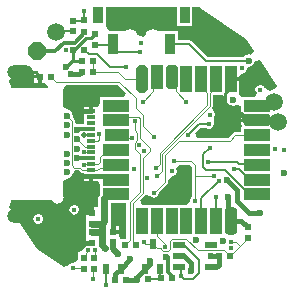
<source format=gbl>
G04 Layer_Physical_Order=4*
G04 Layer_Color=16711680*
%FSLAX24Y24*%
%MOIN*%
G70*
G01*
G75*
%ADD10R,0.0244X0.0228*%
%ADD12R,0.0228X0.0244*%
%ADD13R,0.0244X0.0244*%
%ADD15R,0.0244X0.0244*%
%ADD16R,0.0217X0.0335*%
%ADD31C,0.0157*%
%ADD32C,0.0079*%
%ADD33C,0.0197*%
%ADD34C,0.0049*%
%ADD35C,0.0059*%
%ADD36C,0.0039*%
%ADD37C,0.0098*%
%ADD38C,0.0118*%
%ADD43C,0.0591*%
%ADD44C,0.0984*%
%ADD46O,0.0276X0.0472*%
%ADD47C,0.0236*%
%ADD48O,0.0630X0.0394*%
%ADD49O,0.0866X0.0472*%
G04:AMPARAMS|DCode=50|XSize=59.1mil|YSize=59.1mil|CornerRadius=0mil|HoleSize=0mil|Usage=FLASHONLY|Rotation=45.000|XOffset=0mil|YOffset=0mil|HoleType=Round|Shape=Octagon|*
%AMOCTAGOND50*
4,1,8,0.0313,0.0104,0.0104,0.0313,-0.0104,0.0313,-0.0313,0.0104,-0.0313,-0.0104,-0.0104,-0.0313,0.0104,-0.0313,0.0313,-0.0104,0.0313,0.0104,0.0*
%
%ADD50OCTAGOND50*%

%ADD51C,0.0157*%
%ADD52C,0.0197*%
%ADD59R,0.0354X0.0709*%
%ADD60R,0.0354X0.0551*%
%ADD61R,0.0433X0.0217*%
%ADD62R,0.0295X0.0138*%
%ADD63R,0.0394X0.0906*%
G04:AMPARAMS|DCode=64|XSize=90.6mil|YSize=39.4mil|CornerRadius=9.8mil|HoleSize=0mil|Usage=FLASHONLY|Rotation=90.000|XOffset=0mil|YOffset=0mil|HoleType=Round|Shape=RoundedRectangle|*
%AMROUNDEDRECTD64*
21,1,0.0906,0.0197,0,0,90.0*
21,1,0.0709,0.0394,0,0,90.0*
1,1,0.0197,0.0098,0.0354*
1,1,0.0197,0.0098,-0.0354*
1,1,0.0197,-0.0098,-0.0354*
1,1,0.0197,-0.0098,0.0354*
%
%ADD64ROUNDEDRECTD64*%
%ADD65R,0.0906X0.0394*%
G04:AMPARAMS|DCode=66|XSize=90.6mil|YSize=39.4mil|CornerRadius=9.8mil|HoleSize=0mil|Usage=FLASHONLY|Rotation=180.000|XOffset=0mil|YOffset=0mil|HoleType=Round|Shape=RoundedRectangle|*
%AMROUNDEDRECTD66*
21,1,0.0906,0.0197,0,0,180.0*
21,1,0.0709,0.0394,0,0,180.0*
1,1,0.0197,-0.0354,0.0098*
1,1,0.0197,0.0354,0.0098*
1,1,0.0197,0.0354,-0.0098*
1,1,0.0197,-0.0354,-0.0098*
%
%ADD66ROUNDEDRECTD66*%
G04:AMPARAMS|DCode=67|XSize=78.7mil|YSize=39.4mil|CornerRadius=9.8mil|HoleSize=0mil|Usage=FLASHONLY|Rotation=270.000|XOffset=0mil|YOffset=0mil|HoleType=Round|Shape=RoundedRectangle|*
%AMROUNDEDRECTD67*
21,1,0.0787,0.0197,0,0,270.0*
21,1,0.0591,0.0394,0,0,270.0*
1,1,0.0197,-0.0098,-0.0295*
1,1,0.0197,-0.0098,0.0295*
1,1,0.0197,0.0098,0.0295*
1,1,0.0197,0.0098,-0.0295*
%
%ADD67ROUNDEDRECTD67*%
%ADD68R,0.0394X0.0787*%
G04:AMPARAMS|DCode=69|XSize=90.6mil|YSize=39.4mil|CornerRadius=0mil|HoleSize=0mil|Usage=FLASHONLY|Rotation=270.000|XOffset=0mil|YOffset=0mil|HoleType=Round|Shape=Octagon|*
%AMOCTAGOND69*
4,1,8,-0.0098,-0.0453,0.0098,-0.0453,0.0197,-0.0354,0.0197,0.0354,0.0098,0.0453,-0.0098,0.0453,-0.0197,0.0354,-0.0197,-0.0354,-0.0098,-0.0453,0.0*
%
%ADD69OCTAGOND69*%

%ADD70R,0.0827X0.0394*%
%ADD71C,0.0236*%
%ADD72C,0.0315*%
%ADD73C,0.1181*%
G36*
X2825Y1476D02*
X2823Y1473D01*
X2886Y1323D01*
X3036Y1260D01*
X3169Y1315D01*
X3327Y1257D01*
Y1004D01*
X3327D01*
X3348Y972D01*
X3312Y886D01*
Y847D01*
X3858D01*
Y728D01*
X3312D01*
Y689D01*
X3348Y603D01*
X3327Y571D01*
X3327D01*
Y407D01*
X3130D01*
X3051Y374D01*
X2887Y210D01*
X1854D01*
X1789Y368D01*
X1962Y541D01*
X2141D01*
X2244Y499D01*
X2365Y549D01*
X2415Y669D01*
X2405Y693D01*
X2404Y864D01*
X2454Y984D01*
X2404Y1105D01*
X2394Y1124D01*
X2363Y1188D01*
X2395Y1267D01*
Y1634D01*
X2719D01*
X2825Y1476D01*
D02*
G37*
G36*
X-520Y1701D02*
X-581Y1555D01*
X-1398D01*
Y1381D01*
X-1452Y1246D01*
X-1619D01*
Y1098D01*
X-1678D01*
Y1049D01*
X-1905D01*
Y951D01*
Y661D01*
X-2082D01*
X-2141Y685D01*
X-2212Y733D01*
Y768D01*
X-2243Y843D01*
X-2301Y901D01*
X-2282Y945D01*
X-2345Y1096D01*
X-2495Y1158D01*
X-2603Y1230D01*
Y1772D01*
X-2593D01*
X-2610Y1812D01*
X-2505Y1970D01*
X-789D01*
X-520Y1701D01*
D02*
G37*
G36*
X1672Y-749D02*
Y-1063D01*
Y-1766D01*
X1663Y-1769D01*
X1613Y-1890D01*
X1500Y-2028D01*
X27D01*
X-39Y-1870D01*
X118Y-1713D01*
X187Y-1700D01*
X287Y-1716D01*
X298Y-1743D01*
X419Y-1793D01*
X539Y-1743D01*
X589Y-1622D01*
X586Y-1613D01*
X866Y-1334D01*
X898Y-1254D01*
Y-1195D01*
X1024Y-1076D01*
X1144Y-1026D01*
X1194Y-906D01*
X1160Y-823D01*
X1248Y-683D01*
X1605D01*
X1672Y-749D01*
D02*
G37*
G36*
X-511Y-3150D02*
X-732D01*
X-764Y-3006D01*
Y-2992D01*
X-965D01*
Y-2874D01*
X-764D01*
Y-2732D01*
X-918D01*
X-1023Y-2575D01*
X-1023Y-2575D01*
X-1023Y-2575D01*
Y-1949D01*
X-511D01*
Y-3150D01*
D02*
G37*
G36*
X-2058Y-945D02*
X-1983Y-977D01*
X-1905D01*
Y-1018D01*
X-1678D01*
Y-1067D01*
X-1619D01*
Y-1215D01*
X-1452D01*
X-1398Y-1349D01*
Y-1687D01*
X-1449Y-1811D01*
X-1449Y-1811D01*
Y-1946D01*
X-1453Y-2102D01*
X-1594D01*
Y-2303D01*
X-1654D01*
Y-2362D01*
X-1854D01*
Y-2628D01*
X-1867Y-2657D01*
X-1854Y-2687D01*
Y-2903D01*
X-1867Y-2933D01*
X-1854Y-2963D01*
Y-3228D01*
X-1654D01*
Y-3346D01*
X-1854D01*
Y-3407D01*
X-1892Y-3423D01*
X-1942Y-3543D01*
X-2088Y-3598D01*
X-2126D01*
Y-3858D01*
X-2283Y-3963D01*
X-2283Y-3963D01*
X-2404Y-4013D01*
X-2407Y-4021D01*
X-2599Y-4082D01*
X-3488Y-3488D01*
X-4407Y-2113D01*
X-4368Y-1942D01*
X-4342Y-1878D01*
Y-1861D01*
X-2991D01*
X-2964Y-1925D01*
X-2810Y-1989D01*
X-2657Y-1925D01*
X-2593Y-1772D01*
X-2603D01*
Y-1230D01*
X-2495Y-1158D01*
X-2345Y-1096D01*
X-2320Y-1035D01*
X-2259Y-938D01*
X-2137Y-900D01*
X-2104D01*
X-2058Y-945D01*
D02*
G37*
G36*
X-3570Y2448D02*
Y2306D01*
X-3377D01*
Y2247D01*
X-3318D01*
Y2046D01*
X-3206D01*
X-3121Y1889D01*
X-3139Y1861D01*
X-4196D01*
X-4342Y1874D01*
X-4342Y1874D01*
X-4355Y1906D01*
X-4368Y1937D01*
X-4368D01*
X-4368Y1937D01*
X-4407Y2058D01*
X-4410Y2109D01*
X-4410Y2109D01*
X-4166Y2474D01*
X-4017Y2489D01*
X-3710D01*
X-3570Y2448D01*
D02*
G37*
G36*
X4518Y1948D02*
X4414Y1820D01*
X4409Y1822D01*
X4277Y1768D01*
X4108Y1868D01*
X4092Y1907D01*
X4082Y1932D01*
X3962Y1981D01*
X3841Y1932D01*
X3831Y1907D01*
X3791Y1811D01*
X3832Y1713D01*
X3771Y1555D01*
X3373D01*
X3296Y1603D01*
X3248Y1680D01*
Y2106D01*
X2972D01*
Y2224D01*
X3248D01*
Y2284D01*
X3346Y2350D01*
X3467Y2400D01*
X3517Y2521D01*
X3656Y2596D01*
X3730Y2626D01*
X3786Y2760D01*
X3938Y2816D01*
X4518Y1948D01*
D02*
G37*
G36*
X2036Y4459D02*
X2036Y4459D01*
X2036Y4459D01*
X3488Y3488D01*
X3757Y3087D01*
X3652Y2960D01*
X3579Y2990D01*
X3429Y2928D01*
X3419Y2905D01*
X2207D01*
X1675Y3437D01*
X1585Y3474D01*
X1220D01*
Y3780D01*
X765D01*
X709Y3780D01*
X551Y3776D01*
X394Y3842D01*
X183Y3754D01*
X126Y3618D01*
X86Y3601D01*
X50Y3585D01*
X-115Y3636D01*
X-143Y3659D01*
X-144Y3661D01*
X-183Y3754D01*
X-394Y3842D01*
X-551Y3776D01*
X-709Y3780D01*
Y3780D01*
X-1084D01*
X-1181Y3936D01*
X-1181Y3937D01*
X-1181D01*
Y4568D01*
X1181D01*
Y3937D01*
X1693D01*
Y4568D01*
X1923D01*
X2036Y4459D01*
D02*
G37*
%LPC*%
G36*
X-1738Y1246D02*
X-1905D01*
Y1157D01*
X-1738D01*
Y1246D01*
D02*
G37*
G36*
X-2244Y-2022D02*
X-2365Y-2071D01*
X-2415Y-2192D01*
X-2365Y-2313D01*
X-2244Y-2362D01*
X-2124Y-2313D01*
X-2074Y-2192D01*
X-2124Y-2071D01*
X-2244Y-2022D01*
D02*
G37*
G36*
X-3445Y-2330D02*
X-3565Y-2379D01*
X-3615Y-2500D01*
X-3565Y-2621D01*
X-3445Y-2670D01*
X-3324Y-2621D01*
X-3274Y-2500D01*
X-3324Y-2379D01*
X-3445Y-2330D01*
D02*
G37*
G36*
X-1713Y-2102D02*
X-1854D01*
Y-2244D01*
X-1713D01*
Y-2102D01*
D02*
G37*
G36*
X-1738Y-1126D02*
X-1905D01*
Y-1215D01*
X-1738D01*
Y-1126D01*
D02*
G37*
G36*
X-3436Y2188D02*
X-3570D01*
Y2046D01*
X-3436D01*
Y2188D01*
D02*
G37*
%LPD*%
D10*
X-1913Y4122D02*
D03*
Y3752D02*
D03*
X-1551Y3679D02*
D03*
Y3309D02*
D03*
X-1925Y-4161D02*
D03*
X-1925Y-3791D02*
D03*
X-1575Y-4161D02*
D03*
X-1575Y-3791D02*
D03*
D12*
X-1626Y2756D02*
D03*
X-1996D02*
D03*
X-1626Y2413D02*
D03*
X-1996D02*
D03*
X2941Y-3740D02*
D03*
X2571D02*
D03*
X-1905Y3130D02*
D03*
X-2275D02*
D03*
X-3377Y2247D02*
D03*
X-3007D02*
D03*
X-169Y-3351D02*
D03*
X-539D02*
D03*
X-874Y-4520D02*
D03*
X-504D02*
D03*
X-152Y-4508D02*
D03*
X218D02*
D03*
D13*
X-2272Y4114D02*
D03*
Y3760D02*
D03*
X3543Y-2776D02*
D03*
Y-3130D02*
D03*
X-1654Y-2657D02*
D03*
Y-2303D02*
D03*
Y-2933D02*
D03*
Y-3287D02*
D03*
D15*
X-965Y-2933D02*
D03*
X-1319D02*
D03*
X650Y-4460D02*
D03*
X1004D02*
D03*
D16*
X-945Y-3327D02*
D03*
X-1201Y-4154D02*
D03*
X-689D02*
D03*
X630D02*
D03*
X118D02*
D03*
X374Y-3327D02*
D03*
D31*
X-164Y-4520D02*
Y-4435D01*
X-2362Y2323D02*
X-2087D01*
X-1996Y2413D01*
X276Y-3996D02*
Y-3883D01*
X118Y-4154D02*
X276Y-3996D01*
X-689Y-4154D02*
X-374Y-3839D01*
X2788Y1201D02*
X3091D01*
X-164Y-4435D02*
X118Y-4154D01*
X2835Y-1181D02*
X3189Y-1535D01*
Y-1894D02*
Y-1535D01*
Y-1894D02*
X3593Y-2298D01*
X3962D01*
X2868Y-2244D02*
Y-1777D01*
Y-2244D02*
X2972Y-2348D01*
Y-2559D02*
Y-2348D01*
X-874Y-4339D02*
X-689Y-4154D01*
X2323Y-3740D02*
X2571D01*
Y-4021D02*
Y-3740D01*
X2493Y-4099D02*
X2571Y-4021D01*
X2303Y-4099D02*
X2493D01*
X-965Y-2579D02*
X-748Y-2362D01*
X-965Y-2933D02*
Y-2579D01*
X-2638Y-3150D02*
X-2500Y-3287D01*
X-1654D01*
X3504Y787D02*
X3858D01*
X3091Y1201D02*
X3504Y787D01*
X2972Y-2559D02*
X3327D01*
X3543Y-2776D01*
X-1846Y-2111D02*
Y-1772D01*
Y-2111D02*
X-1654Y-2303D01*
X-980Y-1067D02*
X-866Y-1181D01*
X-1678Y-1067D02*
X-980D01*
X1654Y-4238D02*
Y-3976D01*
X1402Y-3725D02*
X1654Y-3976D01*
X1240Y-3725D02*
X1402D01*
X-504Y-4520D02*
X-164D01*
X-874D02*
Y-4339D01*
X-2141Y1089D02*
X-2131Y1098D01*
X-1678D01*
X-2141Y-1089D02*
X-2119Y-1067D01*
X-1678D01*
D32*
X-1475Y2992D02*
X-1042Y2559D01*
X-512D01*
X-1768Y2992D02*
X-1475D01*
X-1905Y3130D02*
X-1768Y2992D01*
X-2835Y3740D02*
X-2815Y3760D01*
X-2272D01*
X1909Y669D02*
X2244D01*
X1535Y295D02*
X1909Y669D01*
X-1201Y-4685D02*
Y-4154D01*
X1402Y-3351D02*
X1929Y-3878D01*
Y-4291D02*
Y-3878D01*
X1711Y-4509D02*
X1929Y-4291D01*
X1240Y-3351D02*
X1402D01*
X3031Y-1102D02*
X3327Y-1398D01*
X3031Y-1102D02*
Y-1100D01*
X3327Y-1411D02*
Y-1398D01*
Y-1411D02*
X3589Y-1673D01*
X3858D01*
X1399Y-4509D02*
X1711D01*
X1299Y-4409D02*
X1399Y-4509D01*
X1299Y-4409D02*
Y-4158D01*
X1240Y-4099D02*
X1299Y-4158D01*
X615Y-4523D02*
X630Y-4508D01*
X254Y-4498D02*
X589D01*
X615Y-4523D02*
Y-4523D01*
X2060Y-330D02*
X2272Y-118D01*
X2791Y-859D02*
X3031Y-1100D01*
X2060Y-777D02*
Y-330D01*
Y-777D02*
X2142Y-859D01*
X2791D01*
X224Y-4528D02*
X254Y-4498D01*
X600Y-4509D02*
X615Y-4523D01*
X589Y-4498D02*
X600Y-4509D01*
X630Y-4508D02*
Y-4154D01*
X2154Y2777D02*
X3579D01*
X1585Y3346D02*
X2154Y2777D01*
X965Y3346D02*
X1585D01*
D33*
X-945Y-3488D02*
X-771Y-3661D01*
X-945Y-3488D02*
Y-3327D01*
D34*
X-2283Y-4134D02*
X-1898D01*
X-1626Y2413D02*
Y2756D01*
X-799Y2413D02*
X-551Y2165D01*
X-1626Y2413D02*
X-799D01*
X-743Y2081D02*
X-197Y1535D01*
X-2841Y2081D02*
X-743D01*
X-3007Y2247D02*
X-2841Y2081D01*
X419Y-1622D02*
X786Y-1254D01*
X79Y-3287D02*
Y-3268D01*
X960Y-3486D02*
Y-3214D01*
Y-3486D02*
X964Y-3490D01*
Y-3490D02*
Y-3490D01*
X886Y-3568D02*
X964Y-3490D01*
X728Y-3568D02*
X886D01*
X645Y-3484D02*
X728Y-3568D01*
X787Y-3425D02*
Y-3413D01*
X118Y-3327D02*
X374D01*
X79Y-3287D02*
X118Y-3327D01*
X645Y-3484D02*
Y-3479D01*
X527D02*
X645D01*
X787Y-3413D02*
X827Y-3374D01*
X512Y-3059D02*
X827Y-3374D01*
X374Y-3327D02*
X527Y-3479D01*
X1024Y-3150D02*
X1476D01*
X960Y-3214D02*
X1024Y-3150D01*
X-1925Y-4161D02*
X-1898Y-4134D01*
X-1614Y-4488D02*
Y-4201D01*
X-1575Y-4161D01*
X512Y-3059D02*
Y-2559D01*
X2744Y-3543D02*
X2941Y-3740D01*
X1870Y-3543D02*
X2744D01*
X1476Y-3150D02*
X1870Y-3543D01*
X3278Y-3396D02*
X3543Y-3130D01*
X3150Y-3268D02*
X3278Y-3396D01*
X3281Y-3400D01*
X2941Y-3740D02*
X3281Y-3400D01*
X2972Y-3268D02*
X3150D01*
X2060Y1846D02*
X2195Y1711D01*
Y1304D02*
Y1711D01*
X609Y-282D02*
X2195Y1304D01*
X2283Y1693D02*
X2480Y1890D01*
X2283Y1267D02*
Y1693D01*
X698Y-319D02*
X2283Y1267D01*
X2480Y1890D02*
Y2165D01*
X1988D02*
X2060Y2094D01*
Y1846D02*
Y2094D01*
X-197Y1217D02*
Y1535D01*
Y1217D02*
X39Y980D01*
Y604D02*
Y980D01*
X276Y-241D02*
Y-118D01*
X138Y-379D02*
X276Y-241D01*
X134Y-379D02*
X138D01*
X39Y-473D02*
X134Y-379D01*
X39Y-1634D02*
Y-473D01*
X-49Y-1597D02*
Y-335D01*
X-234Y-150D02*
X-49Y-335D01*
X-234Y-150D02*
Y39D01*
X-49Y207D02*
X276Y-118D01*
X-49Y207D02*
Y866D01*
X-234Y457D02*
X-152Y375D01*
Y122D02*
Y375D01*
X-234Y39D02*
X-152Y122D01*
X-234Y457D02*
Y768D01*
X-399Y-1947D02*
X-49Y-1597D01*
X-293Y-1966D02*
X39Y-1634D01*
X-399Y-3210D02*
Y-1947D01*
X-293Y-3228D02*
Y-1966D01*
X786Y-1254D02*
Y-355D01*
X1240Y98D01*
X2933D01*
X3130Y295D01*
X3858D01*
X609Y-651D02*
Y-282D01*
X472Y-787D02*
X609Y-651D01*
X698Y-889D02*
Y-319D01*
X1783Y-1063D02*
Y-703D01*
Y-1890D02*
Y-1063D01*
X1652Y-571D02*
X1783Y-703D01*
X1077Y-571D02*
X1652D01*
X1783Y-1063D02*
X2402D01*
X-728Y197D02*
X-315D01*
X-827Y295D02*
X-728Y197D01*
X512Y-1075D02*
X698Y-889D01*
X-539Y-3351D02*
X-399Y-3210D01*
X-293Y-3228D02*
X-169Y-3351D01*
X-102Y919D02*
X-49Y866D01*
X-533Y919D02*
X-102D01*
X-665Y787D02*
X-533Y919D01*
X-866Y787D02*
X-665D01*
X39Y604D02*
X419Y225D01*
X1004Y2020D02*
Y2224D01*
Y2020D02*
X1135Y1890D01*
Y1780D02*
Y1890D01*
Y1780D02*
X1496Y1418D01*
X394Y2106D02*
X512Y2224D01*
X394Y1772D02*
Y2106D01*
X39Y1417D02*
X394Y1772D01*
X-551Y2165D02*
X20D01*
X-1905Y-256D02*
X-1882Y-280D01*
X-1925Y-276D02*
X-1905Y-256D01*
X-1882Y-280D02*
X-1678D01*
X-1929Y-689D02*
X-1913Y-673D01*
X-1678D01*
X-1383Y-595D02*
Y-438D01*
X-1461Y-673D02*
X-1383Y-595D01*
X-1678Y-673D02*
X-1461D01*
X-1142Y-197D02*
X-866D01*
X-1383Y-438D02*
X-1142Y-197D01*
D35*
X-965Y3150D02*
X-886Y3071D01*
X-57D01*
X-965Y3150D02*
Y3346D01*
X-1002Y3309D02*
X-965Y3346D01*
X-1551Y3309D02*
X-1002D01*
X-1913Y4433D02*
X-1905Y4441D01*
X-1913Y4122D02*
Y4433D01*
X-1921Y4114D02*
X-1913Y4122D01*
X-2272Y4114D02*
X-1921D01*
X3264Y-669D02*
X3839D01*
X3384Y-955D02*
X3610Y-1181D01*
X3839Y-669D02*
X3858Y-689D01*
X3239Y-817D02*
X3377Y-955D01*
X3071Y-817D02*
X3239D01*
X3377Y-955D02*
X3384D01*
X2480Y-2559D02*
Y-1772D01*
X1988Y-1808D02*
X2576Y-1220D01*
X1988Y-2559D02*
Y-1808D01*
X3610Y-1181D02*
X3858D01*
X3185Y-591D02*
X3264Y-669D01*
X2217Y-591D02*
X3185D01*
D36*
X-1561Y-3805D02*
Y-3546D01*
X-1850Y-3622D02*
X-1772Y-3543D01*
X-1850Y-3717D02*
Y-3622D01*
X-1925Y-3791D02*
X-1850Y-3717D01*
X-1575Y-3791D02*
X-1561Y-3805D01*
X-2060Y-793D02*
X-1983Y-870D01*
X-2236Y-793D02*
X-2060D01*
X-2318Y-711D02*
X-2236Y-793D01*
X-1983Y-870D02*
X-1678D01*
Y114D02*
X-1457D01*
X-1413Y158D01*
Y325D01*
X-1929Y315D02*
X-1925Y311D01*
X-1678D01*
X-2318Y-711D02*
Y768D01*
X-2495Y945D02*
X-2318Y768D01*
X-1389Y-787D02*
X-1174D01*
X-1472Y-870D02*
X-1389Y-787D01*
X-1678Y-870D02*
X-1472D01*
X-1174Y-787D02*
X-1075Y-689D01*
X-866D01*
X-1901Y-83D02*
X-1678D01*
X-2141Y158D02*
X-1901Y-83D01*
D37*
X2788Y1201D02*
Y1699D01*
X-2283Y2756D02*
Y3130D01*
X-2520Y2559D02*
X-2323Y2756D01*
X-2283D01*
X-1686Y3543D02*
X-1551Y3679D01*
X-1853Y3543D02*
X-1686D01*
X-2267Y3130D02*
X-1853Y3543D01*
X-2275Y3130D02*
X-2267D01*
X-2283Y2756D02*
X-1996D01*
X-4051Y2392D02*
X-3522D01*
X-3377Y2247D01*
X2664Y1201D02*
X2788D01*
Y1699D02*
X2972Y1883D01*
Y2165D01*
D38*
X-1915Y3691D02*
X-1913D01*
X827Y-3740D02*
X866Y-3780D01*
X-2102Y512D02*
X-1678D01*
X-1913Y3691D02*
Y3752D01*
X-2220Y3386D02*
X-1915Y3691D01*
X-2583Y3386D02*
X-2220D01*
X-2879Y3091D02*
X-2583Y3386D01*
X-3482Y3091D02*
X-2879D01*
X827Y-3780D02*
Y-3740D01*
X866Y-4252D02*
Y-3780D01*
Y-4252D02*
X1004Y-4390D01*
Y-4460D02*
Y-4390D01*
X-2141Y-472D02*
X-2137Y-476D01*
X-1678D01*
X-2141Y472D02*
X-2102Y512D01*
X-1678Y508D02*
Y512D01*
D43*
X4547Y748D02*
D03*
X4409Y1417D02*
D03*
X-2835Y3740D02*
D03*
D44*
X2559Y3543D02*
D03*
D46*
X-2141Y-1089D02*
D03*
Y1089D02*
D03*
D47*
X-2495Y945D02*
D03*
Y-945D02*
D03*
Y630D02*
D03*
Y-630D02*
D03*
Y315D02*
D03*
Y-315D02*
D03*
X-2141Y472D02*
D03*
Y-472D02*
D03*
Y157D02*
D03*
Y-158D02*
D03*
X-2520Y2559D02*
D03*
X-2362Y2323D02*
D03*
X827Y-3780D02*
D03*
X-1220Y-3465D02*
D03*
X276Y-3883D02*
D03*
X-771Y-3661D02*
D03*
X-374Y-3839D02*
D03*
X3579Y2777D02*
D03*
X3036Y1473D02*
D03*
X2835Y-1181D02*
D03*
X2717Y-3228D02*
D03*
X1811Y-3189D02*
D03*
X2323Y-3740D02*
D03*
X3962Y-2298D02*
D03*
X2664Y1201D02*
D03*
X2677Y354D02*
D03*
X2868Y-1777D02*
D03*
X4291Y2020D02*
D03*
X1654Y-4238D02*
D03*
X4753Y-968D02*
D03*
D48*
X-1846Y1772D02*
D03*
Y-1772D02*
D03*
D49*
X-4051Y2392D02*
D03*
Y-2392D02*
D03*
D50*
X-3482Y3091D02*
D03*
D51*
X-2520Y3130D02*
D03*
X-18Y3386D02*
D03*
X-57Y3071D02*
D03*
X-512Y2559D02*
D03*
X-1905Y4441D02*
D03*
X2244Y669D02*
D03*
X1535Y295D02*
D03*
X1024Y-906D02*
D03*
X197Y-1142D02*
D03*
X512Y-1957D02*
D03*
X419Y-1622D02*
D03*
X-3445Y-2500D02*
D03*
X79Y-3268D02*
D03*
X787Y-3425D02*
D03*
X-1561Y-3546D02*
D03*
X-2283Y-4134D02*
D03*
X-1772Y-3543D02*
D03*
X-1614Y-4488D02*
D03*
X-1201Y-4685D02*
D03*
X2283Y984D02*
D03*
X3071Y-817D02*
D03*
X1077Y-571D02*
D03*
X-315Y197D02*
D03*
X-2244Y-2192D02*
D03*
X2972Y-3268D02*
D03*
X2402Y-1063D02*
D03*
X1783Y-1890D02*
D03*
X2987Y-3469D02*
D03*
X512Y-1075D02*
D03*
X472Y-787D02*
D03*
X248Y-1957D02*
D03*
X-748Y-2362D02*
D03*
X2480Y-1772D02*
D03*
X2576Y-1220D02*
D03*
X3346Y2521D02*
D03*
X-234Y768D02*
D03*
X39Y1417D02*
D03*
X-236Y-827D02*
D03*
X1299Y-4409D02*
D03*
X1496Y1418D02*
D03*
X419Y225D02*
D03*
X-1905Y-256D02*
D03*
X-79Y-20D02*
D03*
X79Y-236D02*
D03*
X-1929Y-689D02*
D03*
X-1413Y325D02*
D03*
X4764Y-197D02*
D03*
X4449Y-160D02*
D03*
X2272Y-118D02*
D03*
X2217Y-591D02*
D03*
X3962Y1811D02*
D03*
D52*
X-1929Y315D02*
D03*
D59*
X-965Y3346D02*
D03*
X965D02*
D03*
D60*
X1437Y4291D02*
D03*
X-1437D02*
D03*
D61*
X1240Y-4099D02*
D03*
X1240Y-3725D02*
D03*
X1240Y-3351D02*
D03*
X2303D02*
D03*
Y-4099D02*
D03*
D62*
X-1678Y-1067D02*
D03*
Y-870D02*
D03*
Y-673D02*
D03*
Y-476D02*
D03*
Y-280D02*
D03*
Y-83D02*
D03*
Y114D02*
D03*
Y311D02*
D03*
Y508D02*
D03*
Y705D02*
D03*
Y902D02*
D03*
Y1098D02*
D03*
D63*
X20Y-2559D02*
D03*
X512D02*
D03*
X1004D02*
D03*
X1496D02*
D03*
X1988Y-2559D02*
D03*
X2480D02*
D03*
X2972Y2165D02*
D03*
X2480D02*
D03*
X1988D02*
D03*
X1496Y2165D02*
D03*
D64*
X2972Y-2559D02*
D03*
D65*
X3858Y-1673D02*
D03*
Y-1181D02*
D03*
Y-689D02*
D03*
X3858Y-197D02*
D03*
X3858Y295D02*
D03*
Y1280D02*
D03*
X-866Y1280D02*
D03*
X-866Y787D02*
D03*
X-866Y-197D02*
D03*
X-866Y-689D02*
D03*
Y-1181D02*
D03*
Y-1673D02*
D03*
D66*
X3858Y787D02*
D03*
D67*
X1004Y2224D02*
D03*
D68*
X512Y2224D02*
D03*
D69*
X20Y2165D02*
D03*
D70*
X-827Y295D02*
D03*
D71*
X-1319Y-3366D02*
X-1220Y-3465D01*
X-1319Y-3366D02*
Y-2933D01*
X-1654D02*
X-1319D01*
Y-2657D02*
X-1236Y-2575D01*
Y-1811D01*
X-1098Y-1673D01*
X-866D01*
X-1654Y-2657D02*
X-1654Y-2657D01*
X-1319D01*
Y-2933D02*
Y-2657D01*
D72*
X3858Y1280D02*
X4077D01*
D73*
X-2638Y-3150D02*
D03*
M02*

</source>
